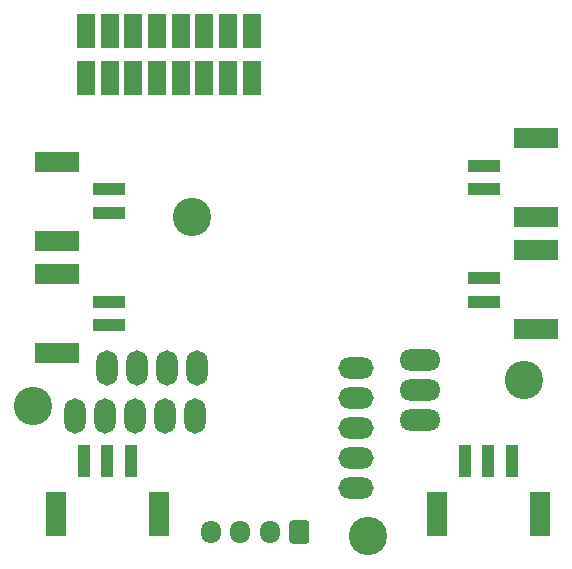
<source format=gbr>
G04 #@! TF.GenerationSoftware,KiCad,Pcbnew,(5.1.8)-1*
G04 #@! TF.CreationDate,2021-03-01T00:16:04-08:00*
G04 #@! TF.ProjectId,UAS,5541532e-6b69-4636-9164-5f7063625858,1*
G04 #@! TF.SameCoordinates,Original*
G04 #@! TF.FileFunction,Soldermask,Bot*
G04 #@! TF.FilePolarity,Negative*
%FSLAX46Y46*%
G04 Gerber Fmt 4.6, Leading zero omitted, Abs format (unit mm)*
G04 Created by KiCad (PCBNEW (5.1.8)-1) date 2021-03-01 00:16:04*
%MOMM*%
%LPD*%
G01*
G04 APERTURE LIST*
%ADD10R,1.000000X2.700000*%
%ADD11R,1.800000X3.800000*%
%ADD12C,3.250000*%
%ADD13O,3.000000X1.800000*%
%ADD14O,3.500000X1.800000*%
%ADD15O,1.800000X3.000000*%
%ADD16R,1.500000X3.000000*%
%ADD17O,1.700000X1.950000*%
%ADD18R,2.700000X1.000000*%
%ADD19R,3.800000X1.800000*%
G04 APERTURE END LIST*
D10*
X124750000Y-111950000D03*
X126750000Y-111950000D03*
X128750000Y-111950000D03*
D11*
X122400000Y-116500000D03*
X131100000Y-116500000D03*
D10*
X157000000Y-111950000D03*
X159000000Y-111950000D03*
X161000000Y-111950000D03*
D11*
X154650000Y-116500000D03*
X163350000Y-116500000D03*
D12*
X148800000Y-118360000D03*
X162000000Y-105160000D03*
D13*
X147780000Y-114290000D03*
X147780000Y-111750000D03*
X147780000Y-109210000D03*
X147780000Y-106670000D03*
X147780000Y-104130000D03*
D14*
X153210000Y-103460000D03*
X153210000Y-106000000D03*
X153210000Y-108540000D03*
D15*
X134310000Y-104080000D03*
X131770000Y-104080000D03*
X129230000Y-104080000D03*
X126690000Y-104080000D03*
D16*
X124950000Y-79600000D03*
X124950000Y-75600000D03*
X126950000Y-79600000D03*
X126950000Y-75600000D03*
X128950000Y-79600000D03*
X128950000Y-75600000D03*
X130950000Y-79600000D03*
X130950000Y-75600000D03*
X132950000Y-79600000D03*
X132950000Y-75600000D03*
X134950000Y-79600000D03*
X134950000Y-75600000D03*
X136950000Y-79600000D03*
X136950000Y-75600000D03*
X138950000Y-79600000D03*
X138950000Y-75600000D03*
D17*
X135500000Y-118000000D03*
X138000000Y-118000000D03*
X140500000Y-118000000D03*
G36*
G01*
X143850000Y-117275000D02*
X143850000Y-118725000D01*
G75*
G02*
X143600000Y-118975000I-250000J0D01*
G01*
X142400000Y-118975000D01*
G75*
G02*
X142150000Y-118725000I0J250000D01*
G01*
X142150000Y-117275000D01*
G75*
G02*
X142400000Y-117025000I250000J0D01*
G01*
X143600000Y-117025000D01*
G75*
G02*
X143850000Y-117275000I0J-250000D01*
G01*
G37*
D12*
X120430000Y-107300000D03*
X133930000Y-91300000D03*
D15*
X134120000Y-108140000D03*
X131580000Y-108140000D03*
X129040000Y-108140000D03*
X126500000Y-108140000D03*
X123960000Y-108140000D03*
D18*
X126900000Y-91000000D03*
X126900000Y-89000000D03*
D19*
X122450000Y-86650000D03*
X122450000Y-93350000D03*
D18*
X126900000Y-100500000D03*
X126900000Y-98500000D03*
D19*
X122450000Y-96150000D03*
X122450000Y-102850000D03*
D18*
X158600000Y-96500000D03*
X158600000Y-98500000D03*
D19*
X163050000Y-100850000D03*
X163050000Y-94150000D03*
D18*
X158600000Y-87000000D03*
X158600000Y-89000000D03*
D19*
X163050000Y-91350000D03*
X163050000Y-84650000D03*
M02*

</source>
